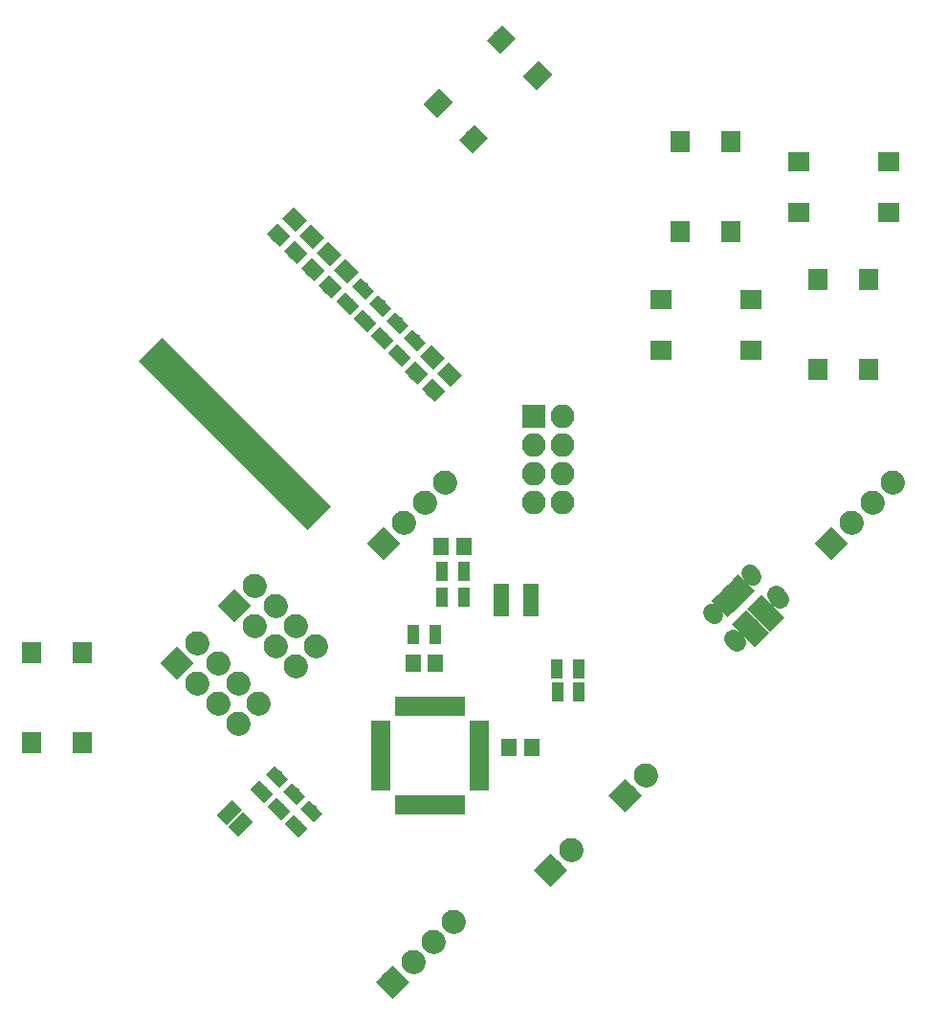
<source format=gts>
G04 #@! TF.GenerationSoftware,KiCad,Pcbnew,(2017-07-14 revision d3b382c)-master*
G04 #@! TF.CreationDate,2017-07-17T01:29:14+02:00*
G04 #@! TF.ProjectId,Bornhack Make Tradition Badge,426F726E6861636B204D616B65205472,rev?*
G04 #@! TF.SameCoordinates,Original
G04 #@! TF.FileFunction,Soldermask,Top*
G04 #@! TF.FilePolarity,Negative*
%FSLAX46Y46*%
G04 Gerber Fmt 4.6, Leading zero omitted, Abs format (unit mm)*
G04 Created by KiCad (PCBNEW (2017-07-14 revision d3b382c)-master) date Monday, July 17, 2017 'AMt' 01:29:14 AM*
%MOMM*%
%LPD*%
G01*
G04 APERTURE LIST*
%ADD10R,1.400000X1.650000*%
%ADD11C,1.400000*%
%ADD12C,0.100000*%
%ADD13C,1.050000*%
%ADD14C,2.100000*%
%ADD15C,2.100000*%
%ADD16R,2.100000X2.100000*%
%ADD17O,2.100000X2.100000*%
%ADD18C,1.830000*%
%ADD19C,1.600000*%
%ADD20C,1.600000*%
%ADD21C,1.500000*%
%ADD22C,1.500000*%
%ADD23C,0.800000*%
%ADD24R,1.400000X1.100000*%
%ADD25C,1.100000*%
%ADD26R,1.100000X1.700000*%
%ADD27R,1.700000X1.950000*%
%ADD28C,1.700000*%
%ADD29R,1.950000X1.700000*%
%ADD30R,0.650000X1.700000*%
%ADD31R,1.700000X0.650000*%
G04 APERTURE END LIST*
D10*
X110600000Y-119700000D03*
X108600000Y-119700000D03*
X102092000Y-112268000D03*
X100092000Y-112268000D03*
D11*
X89607107Y-72952893D03*
D12*
G36*
X89518719Y-71874555D02*
X90685445Y-73041281D01*
X89695495Y-74031231D01*
X88528769Y-72864505D01*
X89518719Y-71874555D01*
X89518719Y-71874555D01*
G37*
D11*
X88192893Y-74367107D03*
D12*
G36*
X88104505Y-73288769D02*
X89271231Y-74455495D01*
X88281281Y-75445445D01*
X87114555Y-74278719D01*
X88104505Y-73288769D01*
X88104505Y-73288769D01*
G37*
D11*
X89716893Y-75891107D03*
D12*
G36*
X89628505Y-74812769D02*
X90795231Y-75979495D01*
X89805281Y-76969445D01*
X88638555Y-75802719D01*
X89628505Y-74812769D01*
X89628505Y-74812769D01*
G37*
D11*
X91131107Y-74476893D03*
D12*
G36*
X91042719Y-73398555D02*
X92209445Y-74565281D01*
X91219495Y-75555231D01*
X90052769Y-74388505D01*
X91042719Y-73398555D01*
X91042719Y-73398555D01*
G37*
D11*
X92655107Y-76000893D03*
D12*
G36*
X92566719Y-74922555D02*
X93733445Y-76089281D01*
X92743495Y-77079231D01*
X91576769Y-75912505D01*
X92566719Y-74922555D01*
X92566719Y-74922555D01*
G37*
D11*
X91240893Y-77415107D03*
D12*
G36*
X91152505Y-76336769D02*
X92319231Y-77503495D01*
X91329281Y-78493445D01*
X90162555Y-77326719D01*
X91152505Y-76336769D01*
X91152505Y-76336769D01*
G37*
D10*
X102600000Y-101900000D03*
X104600000Y-101900000D03*
D11*
X103323107Y-86668893D03*
D12*
G36*
X103411495Y-87747231D02*
X102244769Y-86580505D01*
X103234719Y-85590555D01*
X104401445Y-86757281D01*
X103411495Y-87747231D01*
X103411495Y-87747231D01*
G37*
D11*
X101908893Y-88083107D03*
D12*
G36*
X101997281Y-89161445D02*
X100830555Y-87994719D01*
X101820505Y-87004769D01*
X102987231Y-88171495D01*
X101997281Y-89161445D01*
X101997281Y-89161445D01*
G37*
D11*
X92764893Y-78939107D03*
D12*
G36*
X92676505Y-77860769D02*
X93843231Y-79027495D01*
X92853281Y-80017445D01*
X91686555Y-78850719D01*
X92676505Y-77860769D01*
X92676505Y-77860769D01*
G37*
D11*
X94179107Y-77524893D03*
D12*
G36*
X94090719Y-76446555D02*
X95257445Y-77613281D01*
X94267495Y-78603231D01*
X93100769Y-77436505D01*
X94090719Y-76446555D01*
X94090719Y-76446555D01*
G37*
D11*
X100384893Y-86559107D03*
D12*
G36*
X100473281Y-87637445D02*
X99306555Y-86470719D01*
X100296505Y-85480769D01*
X101463231Y-86647495D01*
X100473281Y-87637445D01*
X100473281Y-87637445D01*
G37*
D11*
X101799107Y-85144893D03*
D12*
G36*
X101887495Y-86223231D02*
X100720769Y-85056505D01*
X101710719Y-84066555D01*
X102877445Y-85233281D01*
X101887495Y-86223231D01*
X101887495Y-86223231D01*
G37*
D13*
X85141173Y-126196132D03*
D12*
G36*
X85070462Y-125382959D02*
X85954346Y-126266843D01*
X85211884Y-127009305D01*
X84328000Y-126125421D01*
X85070462Y-125382959D01*
X85070462Y-125382959D01*
G37*
D13*
X84540132Y-126797173D03*
D12*
G36*
X84469421Y-125984000D02*
X85353305Y-126867884D01*
X84610843Y-127610346D01*
X83726959Y-126726462D01*
X84469421Y-125984000D01*
X84469421Y-125984000D01*
G37*
D13*
X83514827Y-125771868D03*
D12*
G36*
X83444116Y-124958695D02*
X84328000Y-125842579D01*
X83585538Y-126585041D01*
X82701654Y-125701157D01*
X83444116Y-124958695D01*
X83444116Y-124958695D01*
G37*
D13*
X84115868Y-125170827D03*
D12*
G36*
X84045157Y-124357654D02*
X84929041Y-125241538D01*
X84186579Y-125984000D01*
X83302695Y-125100116D01*
X84045157Y-124357654D01*
X84045157Y-124357654D01*
G37*
D14*
X86396103Y-115824000D03*
D15*
X86396103Y-115824000D02*
X86396103Y-115824000D01*
D14*
X84600052Y-117620052D03*
D15*
X84600052Y-117620052D02*
X84600052Y-117620052D01*
D14*
X84600052Y-114027949D03*
D15*
X84600052Y-114027949D02*
X84600052Y-114027949D01*
D14*
X82804000Y-115824000D03*
D15*
X82804000Y-115824000D02*
X82804000Y-115824000D01*
D14*
X82804000Y-112231898D03*
D15*
X82804000Y-112231898D02*
X82804000Y-112231898D01*
D14*
X81007949Y-114027949D03*
D15*
X81007949Y-114027949D02*
X81007949Y-114027949D01*
D14*
X81007949Y-110435847D03*
D15*
X81007949Y-110435847D02*
X81007949Y-110435847D01*
D14*
X79211898Y-112231898D03*
D12*
G36*
X79211898Y-113716822D02*
X77726974Y-112231898D01*
X79211898Y-110746974D01*
X80696822Y-112231898D01*
X79211898Y-113716822D01*
X79211898Y-113716822D01*
G37*
D16*
X110744000Y-90424000D03*
D17*
X113284000Y-90424000D03*
X110744000Y-92964000D03*
X113284000Y-92964000D03*
X110744000Y-95504000D03*
X113284000Y-95504000D03*
X110744000Y-98044000D03*
X113284000Y-98044000D03*
D14*
X91476103Y-110744000D03*
D15*
X91476103Y-110744000D02*
X91476103Y-110744000D01*
D14*
X89680052Y-112540052D03*
D15*
X89680052Y-112540052D02*
X89680052Y-112540052D01*
D14*
X89680052Y-108947949D03*
D15*
X89680052Y-108947949D02*
X89680052Y-108947949D01*
D14*
X87884000Y-110744000D03*
D15*
X87884000Y-110744000D02*
X87884000Y-110744000D01*
D14*
X87884000Y-107151898D03*
D15*
X87884000Y-107151898D02*
X87884000Y-107151898D01*
D14*
X86087949Y-108947949D03*
D15*
X86087949Y-108947949D02*
X86087949Y-108947949D01*
D14*
X86087949Y-105355847D03*
D15*
X86087949Y-105355847D02*
X86087949Y-105355847D01*
D14*
X84291898Y-107151898D03*
D12*
G36*
X84291898Y-108636822D02*
X82806974Y-107151898D01*
X84291898Y-105666974D01*
X85776822Y-107151898D01*
X84291898Y-108636822D01*
X84291898Y-108636822D01*
G37*
D14*
X114064051Y-128759949D03*
D15*
X114064051Y-128759949D02*
X114064051Y-128759949D01*
D14*
X112268000Y-130556000D03*
D12*
G36*
X113752924Y-130556000D02*
X112268000Y-132040924D01*
X110783076Y-130556000D01*
X112268000Y-129071076D01*
X113752924Y-130556000D01*
X113752924Y-130556000D01*
G37*
D14*
X118872000Y-123952000D03*
D12*
G36*
X120356924Y-123952000D02*
X118872000Y-125436924D01*
X117387076Y-123952000D01*
X118872000Y-122467076D01*
X120356924Y-123952000D01*
X120356924Y-123952000D01*
G37*
D14*
X120668051Y-122155949D03*
D15*
X120668051Y-122155949D02*
X120668051Y-122155949D01*
D18*
X131302929Y-107796481D03*
D12*
G36*
X132975237Y-108174783D02*
X131681231Y-109468789D01*
X129630621Y-107418179D01*
X130924627Y-106124173D01*
X132975237Y-108174783D01*
X132975237Y-108174783D01*
G37*
D18*
X129945284Y-109154126D03*
D12*
G36*
X131617592Y-109532428D02*
X130323586Y-110826434D01*
X128272976Y-108775824D01*
X129566982Y-107481818D01*
X131617592Y-109532428D01*
X131617592Y-109532428D01*
G37*
D19*
X132384803Y-106375197D03*
D20*
X132561580Y-106551974D02*
X132208026Y-106198420D01*
D19*
X128524000Y-110236000D03*
D20*
X128700777Y-110412777D02*
X128347223Y-110059223D01*
D21*
X130044279Y-104473080D03*
D22*
X130185700Y-104614501D02*
X129902858Y-104331659D01*
D21*
X126621883Y-107895476D03*
D22*
X126763304Y-108036897D02*
X126480462Y-107754055D01*
D23*
X129337173Y-105349892D03*
D12*
G36*
X130344800Y-105791834D02*
X129779115Y-106357519D01*
X128329546Y-104907950D01*
X128895231Y-104342265D01*
X130344800Y-105791834D01*
X130344800Y-105791834D01*
G37*
D23*
X128877553Y-105809511D03*
D12*
G36*
X129885180Y-106251453D02*
X129319495Y-106817138D01*
X127869926Y-105367569D01*
X128435611Y-104801884D01*
X129885180Y-106251453D01*
X129885180Y-106251453D01*
G37*
D23*
X128417934Y-106269131D03*
D12*
G36*
X129425561Y-106711073D02*
X128859876Y-107276758D01*
X127410307Y-105827189D01*
X127975992Y-105261504D01*
X129425561Y-106711073D01*
X129425561Y-106711073D01*
G37*
D23*
X127958314Y-106728750D03*
D12*
G36*
X128965941Y-107170692D02*
X128400256Y-107736377D01*
X126950687Y-106286808D01*
X127516372Y-105721123D01*
X128965941Y-107170692D01*
X128965941Y-107170692D01*
G37*
D23*
X127498695Y-107188370D03*
D12*
G36*
X128506322Y-107630312D02*
X127940637Y-108195997D01*
X126491068Y-106746428D01*
X127056753Y-106180743D01*
X128506322Y-107630312D01*
X128506322Y-107630312D01*
G37*
D24*
X110520000Y-106680000D03*
X110520000Y-105730000D03*
X110520000Y-107630000D03*
X107920000Y-107630000D03*
X107920000Y-106680000D03*
X107920000Y-105730000D03*
D25*
X86704249Y-123607751D03*
D12*
G36*
X86916381Y-124597700D02*
X85714300Y-123395619D01*
X86492117Y-122617802D01*
X87694198Y-123819883D01*
X86916381Y-124597700D01*
X86916381Y-124597700D01*
G37*
D25*
X88047751Y-122264249D03*
D12*
G36*
X88259883Y-123254198D02*
X87057802Y-122052117D01*
X87835619Y-121274300D01*
X89037700Y-122476381D01*
X88259883Y-123254198D01*
X88259883Y-123254198D01*
G37*
D25*
X89571751Y-123788249D03*
D12*
G36*
X89783883Y-124778198D02*
X88581802Y-123576117D01*
X89359619Y-122798300D01*
X90561700Y-124000381D01*
X89783883Y-124778198D01*
X89783883Y-124778198D01*
G37*
D25*
X88228249Y-125131751D03*
D12*
G36*
X88440381Y-126121700D02*
X87238300Y-124919619D01*
X88016117Y-124141802D01*
X89218198Y-125343883D01*
X88440381Y-126121700D01*
X88440381Y-126121700D01*
G37*
D25*
X89752249Y-126655751D03*
D12*
G36*
X89964381Y-127645700D02*
X88762300Y-126443619D01*
X89540117Y-125665802D01*
X90742198Y-126867883D01*
X89964381Y-127645700D01*
X89964381Y-127645700D01*
G37*
D25*
X91095751Y-125312249D03*
D12*
G36*
X91307883Y-126302198D02*
X90105802Y-125100117D01*
X90883619Y-124322300D01*
X92085700Y-125524381D01*
X91307883Y-126302198D01*
X91307883Y-126302198D01*
G37*
D26*
X100142000Y-109728000D03*
X102042000Y-109728000D03*
X114750000Y-114800000D03*
X112850000Y-114800000D03*
X112842000Y-112776000D03*
X114742000Y-112776000D03*
X104582000Y-106400000D03*
X102682000Y-106400000D03*
X104582000Y-104140000D03*
X102682000Y-104140000D03*
D25*
X94324249Y-80427751D03*
D12*
G36*
X94112117Y-79437802D02*
X95314198Y-80639883D01*
X94536381Y-81417700D01*
X93334300Y-80215619D01*
X94112117Y-79437802D01*
X94112117Y-79437802D01*
G37*
D25*
X95667751Y-79084249D03*
D12*
G36*
X95455619Y-78094300D02*
X96657700Y-79296381D01*
X95879883Y-80074198D01*
X94677802Y-78872117D01*
X95455619Y-78094300D01*
X95455619Y-78094300D01*
G37*
D25*
X97372249Y-83475751D03*
D12*
G36*
X97160117Y-82485802D02*
X98362198Y-83687883D01*
X97584381Y-84465700D01*
X96382300Y-83263619D01*
X97160117Y-82485802D01*
X97160117Y-82485802D01*
G37*
D25*
X98715751Y-82132249D03*
D12*
G36*
X98503619Y-81142300D02*
X99705700Y-82344381D01*
X98927883Y-83122198D01*
X97725802Y-81920117D01*
X98503619Y-81142300D01*
X98503619Y-81142300D01*
G37*
D25*
X97191751Y-80608249D03*
D12*
G36*
X96979619Y-79618300D02*
X98181700Y-80820381D01*
X97403883Y-81598198D01*
X96201802Y-80396117D01*
X96979619Y-79618300D01*
X96979619Y-79618300D01*
G37*
D25*
X95848249Y-81951751D03*
D12*
G36*
X95636117Y-80961802D02*
X96838198Y-82163883D01*
X96060381Y-82941700D01*
X94858300Y-81739619D01*
X95636117Y-80961802D01*
X95636117Y-80961802D01*
G37*
D25*
X98896249Y-84999751D03*
D12*
G36*
X99108381Y-85989700D02*
X97906300Y-84787619D01*
X98684117Y-84009802D01*
X99886198Y-85211883D01*
X99108381Y-85989700D01*
X99108381Y-85989700D01*
G37*
D25*
X100239751Y-83656249D03*
D12*
G36*
X100451883Y-84646198D02*
X99249802Y-83444117D01*
X100027619Y-82666300D01*
X101229700Y-83868381D01*
X100451883Y-84646198D01*
X100451883Y-84646198D01*
G37*
D27*
X70830000Y-119296000D03*
X66330000Y-119296000D03*
X66330000Y-111336000D03*
X70830000Y-111336000D03*
D28*
X111085275Y-60244705D03*
D12*
G36*
X110996887Y-61535175D02*
X109794805Y-60333093D01*
X111173663Y-58954235D01*
X112375745Y-60156317D01*
X110996887Y-61535175D01*
X110996887Y-61535175D01*
G37*
D28*
X107903295Y-57062725D03*
D12*
G36*
X107814907Y-58353195D02*
X106612825Y-57151113D01*
X107991683Y-55772255D01*
X109193765Y-56974337D01*
X107814907Y-58353195D01*
X107814907Y-58353195D01*
G37*
D28*
X102274725Y-62691295D03*
D12*
G36*
X102186337Y-63981765D02*
X100984255Y-62779683D01*
X102363113Y-61400825D01*
X103565195Y-62602907D01*
X102186337Y-63981765D01*
X102186337Y-63981765D01*
G37*
D28*
X105456705Y-65873275D03*
D12*
G36*
X105368317Y-67163745D02*
X104166235Y-65961663D01*
X105545093Y-64582805D01*
X106747175Y-65784887D01*
X105368317Y-67163745D01*
X105368317Y-67163745D01*
G37*
D27*
X128234000Y-74084000D03*
X123734000Y-74084000D03*
X123734000Y-66124000D03*
X128234000Y-66124000D03*
X140426000Y-78316000D03*
X135926000Y-78316000D03*
X135926000Y-86276000D03*
X140426000Y-86276000D03*
D29*
X134196000Y-72354000D03*
X134196000Y-67854000D03*
X142156000Y-67854000D03*
X142156000Y-72354000D03*
X129964000Y-84546000D03*
X129964000Y-80046000D03*
X122004000Y-80046000D03*
X122004000Y-84546000D03*
D30*
X98850000Y-116046000D03*
X99350000Y-116046000D03*
X99850000Y-116046000D03*
X100350000Y-116046000D03*
X100850000Y-116046000D03*
X101350000Y-116046000D03*
X101850000Y-116046000D03*
X102350000Y-116046000D03*
X102850000Y-116046000D03*
X103350000Y-116046000D03*
X103850000Y-116046000D03*
X104350000Y-116046000D03*
D31*
X105950000Y-117646000D03*
X105950000Y-118146000D03*
X105950000Y-118646000D03*
X105950000Y-119146000D03*
X105950000Y-119646000D03*
X105950000Y-120146000D03*
X105950000Y-120646000D03*
X105950000Y-121146000D03*
X105950000Y-121646000D03*
X105950000Y-122146000D03*
X105950000Y-122646000D03*
X105950000Y-123146000D03*
D30*
X104350000Y-124746000D03*
X103850000Y-124746000D03*
X103350000Y-124746000D03*
X102850000Y-124746000D03*
X102350000Y-124746000D03*
X101850000Y-124746000D03*
X101350000Y-124746000D03*
X100850000Y-124746000D03*
X100350000Y-124746000D03*
X99850000Y-124746000D03*
X99350000Y-124746000D03*
X98850000Y-124746000D03*
D31*
X97250000Y-123146000D03*
X97250000Y-122646000D03*
X97250000Y-122146000D03*
X97250000Y-121646000D03*
X97250000Y-121146000D03*
X97250000Y-120646000D03*
X97250000Y-120146000D03*
X97250000Y-119646000D03*
X97250000Y-119146000D03*
X97250000Y-118646000D03*
X97250000Y-118146000D03*
X97250000Y-117646000D03*
D14*
X137123898Y-101636102D03*
D12*
G36*
X138608822Y-101636102D02*
X137123898Y-103121026D01*
X135638974Y-101636102D01*
X137123898Y-100151178D01*
X138608822Y-101636102D01*
X138608822Y-101636102D01*
G37*
D14*
X138919949Y-99840051D03*
D15*
X138919949Y-99840051D02*
X138919949Y-99840051D01*
D14*
X140716000Y-98044000D03*
D15*
X140716000Y-98044000D02*
X140716000Y-98044000D01*
D14*
X142512052Y-96247948D03*
D15*
X142512052Y-96247948D02*
X142512052Y-96247948D01*
D14*
X103668103Y-135091897D03*
D15*
X103668103Y-135091897D02*
X103668103Y-135091897D01*
D14*
X101872051Y-136887949D03*
D15*
X101872051Y-136887949D02*
X101872051Y-136887949D01*
D14*
X100076000Y-138684000D03*
D15*
X100076000Y-138684000D02*
X100076000Y-138684000D01*
D14*
X98279949Y-140480051D03*
D12*
G36*
X99764873Y-140480051D02*
X98279949Y-141964975D01*
X96795025Y-140480051D01*
X98279949Y-138995127D01*
X99764873Y-140480051D01*
X99764873Y-140480051D01*
G37*
D14*
X102888052Y-96247948D03*
D15*
X102888052Y-96247948D02*
X102888052Y-96247948D01*
D14*
X101092000Y-98044000D03*
D15*
X101092000Y-98044000D02*
X101092000Y-98044000D01*
D14*
X99295949Y-99840051D03*
D15*
X99295949Y-99840051D02*
X99295949Y-99840051D01*
D14*
X97499898Y-101636102D03*
D12*
G36*
X98984822Y-101636102D02*
X97499898Y-103121026D01*
X96014974Y-101636102D01*
X97499898Y-100151178D01*
X98984822Y-101636102D01*
X98984822Y-101636102D01*
G37*
D23*
X84562462Y-92208513D03*
D12*
G36*
X83240172Y-92965117D02*
X85319066Y-90886223D01*
X85884752Y-91451909D01*
X83805858Y-93530803D01*
X83240172Y-92965117D01*
X83240172Y-92965117D01*
G37*
D23*
X85057437Y-92703487D03*
D12*
G36*
X83735147Y-93460091D02*
X85814041Y-91381197D01*
X86379727Y-91946883D01*
X84300833Y-94025777D01*
X83735147Y-93460091D01*
X83735147Y-93460091D01*
G37*
D23*
X85552412Y-93198462D03*
D12*
G36*
X84230122Y-93955066D02*
X86309016Y-91876172D01*
X86874702Y-92441858D01*
X84795808Y-94520752D01*
X84230122Y-93955066D01*
X84230122Y-93955066D01*
G37*
D23*
X86047386Y-93693437D03*
D12*
G36*
X84725096Y-94450041D02*
X86803990Y-92371147D01*
X87369676Y-92936833D01*
X85290782Y-95015727D01*
X84725096Y-94450041D01*
X84725096Y-94450041D01*
G37*
D23*
X86542361Y-94188412D03*
D12*
G36*
X85220071Y-94945016D02*
X87298965Y-92866122D01*
X87864651Y-93431808D01*
X85785757Y-95510702D01*
X85220071Y-94945016D01*
X85220071Y-94945016D01*
G37*
D23*
X87037336Y-94683386D03*
D12*
G36*
X85715046Y-95439990D02*
X87793940Y-93361096D01*
X88359626Y-93926782D01*
X86280732Y-96005676D01*
X85715046Y-95439990D01*
X85715046Y-95439990D01*
G37*
D23*
X87532311Y-95178361D03*
D12*
G36*
X86210021Y-95934965D02*
X88288915Y-93856071D01*
X88854601Y-94421757D01*
X86775707Y-96500651D01*
X86210021Y-95934965D01*
X86210021Y-95934965D01*
G37*
D23*
X88027285Y-95673336D03*
D12*
G36*
X86704995Y-96429940D02*
X88783889Y-94351046D01*
X89349575Y-94916732D01*
X87270681Y-96995626D01*
X86704995Y-96429940D01*
X86704995Y-96429940D01*
G37*
D23*
X88522260Y-96168311D03*
D12*
G36*
X87199970Y-96924915D02*
X89278864Y-94846021D01*
X89844550Y-95411707D01*
X87765656Y-97490601D01*
X87199970Y-96924915D01*
X87199970Y-96924915D01*
G37*
D23*
X89017235Y-96663285D03*
D12*
G36*
X87694945Y-97419889D02*
X89773839Y-95340995D01*
X90339525Y-95906681D01*
X88260631Y-97985575D01*
X87694945Y-97419889D01*
X87694945Y-97419889D01*
G37*
D23*
X89512210Y-97158260D03*
D12*
G36*
X88189920Y-97914864D02*
X90268814Y-95835970D01*
X90834500Y-96401656D01*
X88755606Y-98480550D01*
X88189920Y-97914864D01*
X88189920Y-97914864D01*
G37*
D23*
X90007184Y-97653235D03*
D12*
G36*
X88684894Y-98409839D02*
X90763788Y-96330945D01*
X91329474Y-96896631D01*
X89250580Y-98975525D01*
X88684894Y-98409839D01*
X88684894Y-98409839D01*
G37*
D23*
X90502159Y-98148210D03*
D12*
G36*
X89179869Y-98904814D02*
X91258763Y-96825920D01*
X91824449Y-97391606D01*
X89745555Y-99470500D01*
X89179869Y-98904814D01*
X89179869Y-98904814D01*
G37*
D23*
X90997134Y-98643184D03*
D12*
G36*
X89674844Y-99399788D02*
X91753738Y-97320894D01*
X92319424Y-97886580D01*
X90240530Y-99965474D01*
X89674844Y-99399788D01*
X89674844Y-99399788D01*
G37*
D23*
X91492109Y-99138159D03*
D12*
G36*
X90169819Y-99894763D02*
X92248713Y-97815869D01*
X92814399Y-98381555D01*
X90735505Y-100460449D01*
X90169819Y-99894763D01*
X90169819Y-99894763D01*
G37*
D23*
X77137841Y-84783891D03*
D12*
G36*
X75815551Y-85540495D02*
X77894445Y-83461601D01*
X78460131Y-84027287D01*
X76381237Y-86106181D01*
X75815551Y-85540495D01*
X75815551Y-85540495D01*
G37*
D23*
X77632816Y-85278866D03*
D12*
G36*
X76310526Y-86035470D02*
X78389420Y-83956576D01*
X78955106Y-84522262D01*
X76876212Y-86601156D01*
X76310526Y-86035470D01*
X76310526Y-86035470D01*
G37*
D23*
X78127790Y-85773841D03*
D12*
G36*
X76805500Y-86530445D02*
X78884394Y-84451551D01*
X79450080Y-85017237D01*
X77371186Y-87096131D01*
X76805500Y-86530445D01*
X76805500Y-86530445D01*
G37*
D23*
X78622765Y-86268816D03*
D12*
G36*
X77300475Y-87025420D02*
X79379369Y-84946526D01*
X79945055Y-85512212D01*
X77866161Y-87591106D01*
X77300475Y-87025420D01*
X77300475Y-87025420D01*
G37*
D23*
X79117740Y-86763790D03*
D12*
G36*
X77795450Y-87520394D02*
X79874344Y-85441500D01*
X80440030Y-86007186D01*
X78361136Y-88086080D01*
X77795450Y-87520394D01*
X77795450Y-87520394D01*
G37*
D23*
X79612715Y-87258765D03*
D12*
G36*
X78290425Y-88015369D02*
X80369319Y-85936475D01*
X80935005Y-86502161D01*
X78856111Y-88581055D01*
X78290425Y-88015369D01*
X78290425Y-88015369D01*
G37*
D23*
X80107689Y-87753740D03*
D12*
G36*
X78785399Y-88510344D02*
X80864293Y-86431450D01*
X81429979Y-86997136D01*
X79351085Y-89076030D01*
X78785399Y-88510344D01*
X78785399Y-88510344D01*
G37*
D23*
X80602664Y-88248715D03*
D12*
G36*
X79280374Y-89005319D02*
X81359268Y-86926425D01*
X81924954Y-87492111D01*
X79846060Y-89571005D01*
X79280374Y-89005319D01*
X79280374Y-89005319D01*
G37*
D23*
X81097639Y-88743689D03*
D12*
G36*
X79775349Y-89500293D02*
X81854243Y-87421399D01*
X82419929Y-87987085D01*
X80341035Y-90065979D01*
X79775349Y-89500293D01*
X79775349Y-89500293D01*
G37*
D23*
X81592614Y-89238664D03*
D12*
G36*
X80270324Y-89995268D02*
X82349218Y-87916374D01*
X82914904Y-88482060D01*
X80836010Y-90560954D01*
X80270324Y-89995268D01*
X80270324Y-89995268D01*
G37*
D23*
X82087588Y-89733639D03*
D12*
G36*
X80765298Y-90490243D02*
X82844192Y-88411349D01*
X83409878Y-88977035D01*
X81330984Y-91055929D01*
X80765298Y-90490243D01*
X80765298Y-90490243D01*
G37*
D23*
X82582563Y-90228614D03*
D12*
G36*
X81260273Y-90985218D02*
X83339167Y-88906324D01*
X83904853Y-89472010D01*
X81825959Y-91550904D01*
X81260273Y-90985218D01*
X81260273Y-90985218D01*
G37*
D23*
X83077538Y-90723588D03*
D12*
G36*
X81755248Y-91480192D02*
X83834142Y-89401298D01*
X84399828Y-89966984D01*
X82320934Y-92045878D01*
X81755248Y-91480192D01*
X81755248Y-91480192D01*
G37*
D23*
X83572513Y-91218563D03*
D12*
G36*
X82250223Y-91975167D02*
X84329117Y-89896273D01*
X84894803Y-90461959D01*
X82815909Y-92540853D01*
X82250223Y-91975167D01*
X82250223Y-91975167D01*
G37*
D23*
X84067487Y-91713538D03*
D12*
G36*
X82745197Y-92470142D02*
X84824091Y-90391248D01*
X85389777Y-90956934D01*
X83310883Y-93035828D01*
X82745197Y-92470142D01*
X82745197Y-92470142D01*
G37*
M02*

</source>
